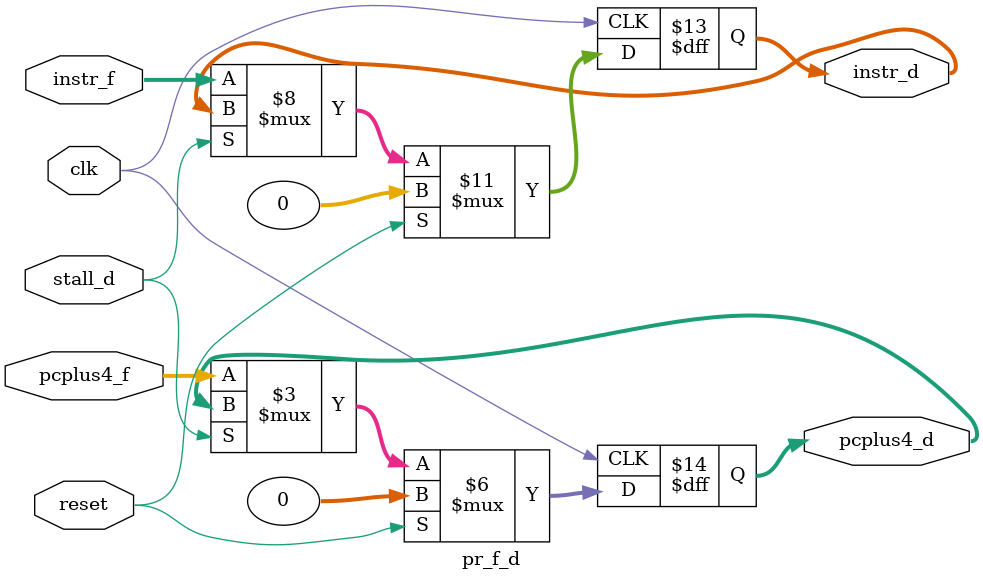
<source format=sv>
module pr_f_d(input logic clk, reset, stall_d,
  input logic [31:0] instr_f, pcplus4_f,
  output logic [31:0] instr_d, pcplus4_d);

  always_ff @ (posedge clk)
  if (reset) begin
    instr_d <= '0;
    pcplus4_d <= '0;
  end
  else if (!stall_d) begin
    instr_d <= instr_f;
    pcplus4_d <= pcplus4_f;
  end
endmodule: pr_f_d


</source>
